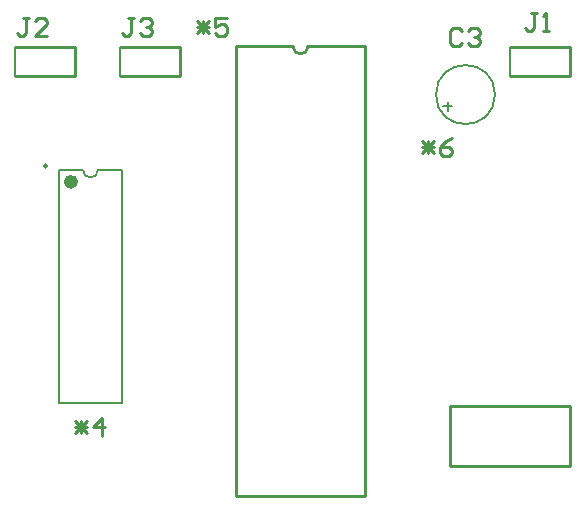
<source format=gto>
G04 Layer_Color=15132400*
%FSLAX25Y25*%
%MOIN*%
G70*
G01*
G75*
%ADD20C,0.02362*%
%ADD21C,0.00984*%
%ADD22C,0.00787*%
%ADD23C,0.01000*%
D20*
X204685Y359842D02*
G03*
X204685Y359842I-1181J0D01*
G01*
D21*
X195492Y365118D02*
G03*
X195492Y365118I-492J0D01*
G01*
D22*
X207500Y363779D02*
G03*
X212500Y363779I2500J0D01*
G01*
X344843Y388937D02*
G03*
X344843Y388937I-9843J0D01*
G01*
X199567Y286221D02*
X220433D01*
X212500Y363779D02*
X220433D01*
X199567D02*
X207500D01*
X220433Y286221D02*
Y363779D01*
X199567Y286221D02*
Y363779D01*
X350000Y395079D02*
Y404921D01*
X327520Y385000D02*
X330669D01*
X329095Y383425D02*
Y386575D01*
X220000Y395079D02*
Y404921D01*
X185000Y395079D02*
Y404921D01*
D23*
X277500Y405000D02*
G03*
X282500Y405000I2500J0D01*
G01*
X350000Y395079D02*
X350079Y395000D01*
X370000D01*
X369921Y395079D02*
X370000Y395000D01*
Y404843D01*
X369921Y404921D02*
X370000Y404843D01*
X350000Y404921D02*
X369921D01*
X220000Y395079D02*
X220079Y395000D01*
X240000D01*
X239921Y395079D02*
X240000Y395000D01*
Y404843D01*
X239921Y404921D02*
X240000Y404843D01*
X220000Y404921D02*
X239921D01*
X185000Y395079D02*
X185079Y395000D01*
X205000D01*
X204921Y395079D02*
X205000Y395000D01*
Y404843D01*
X204921Y404921D02*
X205000Y404843D01*
X185000Y404921D02*
X204921D01*
X258500Y405000D02*
X277500D01*
X282500D02*
X301500D01*
Y255000D02*
Y405000D01*
X258500Y255000D02*
X301500D01*
X258500D02*
Y405000D01*
X330000Y265000D02*
X370000D01*
X330000D02*
Y285000D01*
X370000D01*
Y265000D02*
Y285000D01*
X205000Y279998D02*
X208999Y276000D01*
X205000D02*
X208999Y279998D01*
X205000Y277999D02*
X208999D01*
X206999Y276000D02*
Y279998D01*
X213997Y275000D02*
Y280998D01*
X210998Y277999D01*
X214997D01*
X358999Y415998D02*
X356999D01*
X357999D01*
Y411000D01*
X356999Y410000D01*
X356000D01*
X355000Y411000D01*
X360998Y410000D02*
X362997D01*
X361998D01*
Y415998D01*
X360998Y414998D01*
X333999Y409998D02*
X332999Y410998D01*
X331000D01*
X330000Y409998D01*
Y406000D01*
X331000Y405000D01*
X332999D01*
X333999Y406000D01*
X335998Y409998D02*
X336998Y410998D01*
X338997D01*
X339997Y409998D01*
Y408999D01*
X338997Y407999D01*
X337997D01*
X338997D01*
X339997Y406999D01*
Y406000D01*
X338997Y405000D01*
X336998D01*
X335998Y406000D01*
X224499Y414398D02*
X222499D01*
X223499D01*
Y409400D01*
X222499Y408400D01*
X221500D01*
X220500Y409400D01*
X226498Y413398D02*
X227498Y414398D01*
X229497D01*
X230497Y413398D01*
Y412399D01*
X229497Y411399D01*
X228497D01*
X229497D01*
X230497Y410399D01*
Y409400D01*
X229497Y408400D01*
X227498D01*
X226498Y409400D01*
X189499Y414398D02*
X187499D01*
X188499D01*
Y409400D01*
X187499Y408400D01*
X186500D01*
X185500Y409400D01*
X195497Y408400D02*
X191498D01*
X195497Y412399D01*
Y413398D01*
X194497Y414398D01*
X192498D01*
X191498Y413398D01*
X245650Y413448D02*
X249649Y409450D01*
X245650D02*
X249649Y413448D01*
X245650Y411449D02*
X249649D01*
X247649Y409450D02*
Y413448D01*
X255647Y414448D02*
X251648D01*
Y411449D01*
X253647Y412449D01*
X254647D01*
X255647Y411449D01*
Y409450D01*
X254647Y408450D01*
X252648D01*
X251648Y409450D01*
X320450Y373448D02*
X324449Y369450D01*
X320450D02*
X324449Y373448D01*
X320450Y371449D02*
X324449D01*
X322449Y369450D02*
Y373448D01*
X330447Y374448D02*
X328447Y373448D01*
X326448Y371449D01*
Y369450D01*
X327448Y368450D01*
X329447D01*
X330447Y369450D01*
Y370449D01*
X329447Y371449D01*
X326448D01*
M02*

</source>
